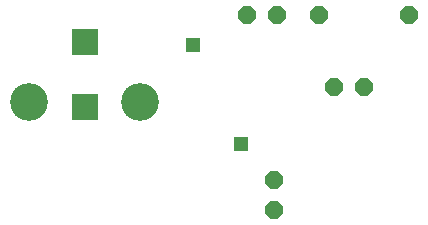
<source format=gbs>
G75*
%MOIN*%
%OFA0B0*%
%FSLAX25Y25*%
%IPPOS*%
%LPD*%
%AMOC8*
5,1,8,0,0,1.08239X$1,22.5*
%
%ADD10OC8,0.06000*%
%ADD11R,0.09068X0.09068*%
%ADD12C,0.12611*%
%ADD13R,0.04762X0.04762*%
D10*
X0107000Y0017000D03*
X0107000Y0027000D03*
X0127000Y0058000D03*
X0137000Y0058000D03*
X0122000Y0082000D03*
X0108000Y0082000D03*
X0098000Y0082000D03*
X0152000Y0082000D03*
D11*
X0044000Y0051173D03*
X0044000Y0072827D03*
D12*
X0025496Y0052984D03*
X0062504Y0052984D03*
D13*
X0096000Y0039000D03*
X0080000Y0072000D03*
M02*

</source>
